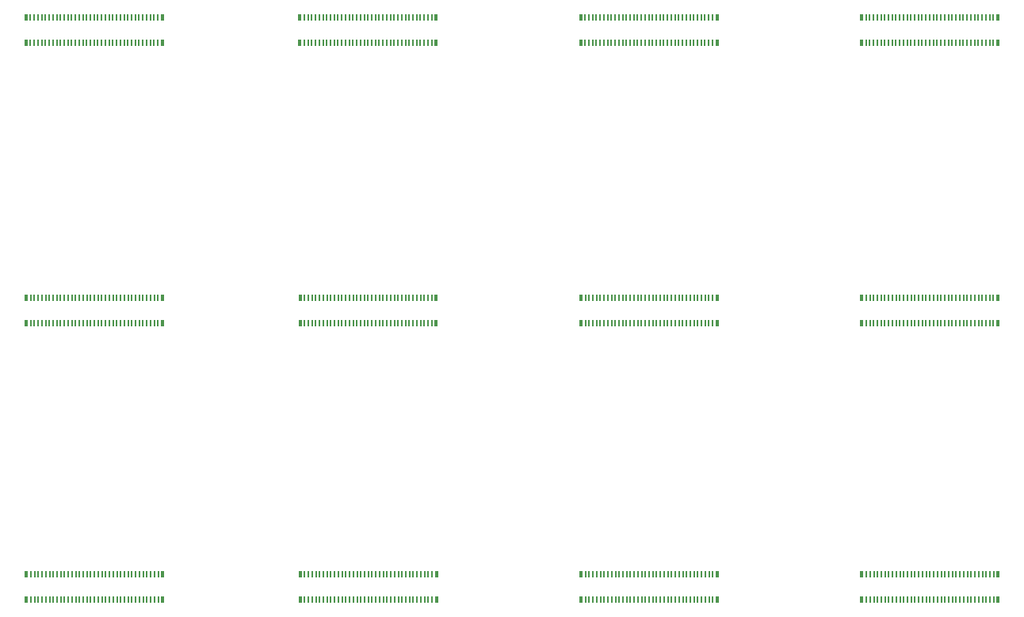
<source format=gbr>
%TF.GenerationSoftware,KiCad,Pcbnew,(6.0.9)*%
%TF.CreationDate,2023-02-17T15:30:31-05:00*%
%TF.ProjectId,eib-64-cap,6569622d-3634-42d6-9361-702e6b696361,A*%
%TF.SameCoordinates,Original*%
%TF.FileFunction,Paste,Top*%
%TF.FilePolarity,Positive*%
%FSLAX46Y46*%
G04 Gerber Fmt 4.6, Leading zero omitted, Abs format (unit mm)*
G04 Created by KiCad (PCBNEW (6.0.9)) date 2023-02-17 15:30:31*
%MOMM*%
%LPD*%
G01*
G04 APERTURE LIST*
%ADD10R,0.230000X0.660000*%
%ADD11R,0.350000X0.660000*%
G04 APERTURE END LIST*
D10*
%TO.C,J3*%
X134696750Y-69142742D03*
X134696750Y-66432742D03*
X135096750Y-69142742D03*
X135096750Y-66432742D03*
X135496750Y-69142742D03*
X135496750Y-66432742D03*
X135896750Y-69142742D03*
X135896750Y-66432742D03*
X136296750Y-69142742D03*
X136296750Y-66432742D03*
X136696750Y-69142742D03*
X136696750Y-66432742D03*
X137096750Y-69142742D03*
X137096750Y-66432742D03*
X137496750Y-69142742D03*
X137496750Y-66432742D03*
X137896750Y-69142742D03*
X137896750Y-66432742D03*
X138296750Y-69142742D03*
X138296750Y-66432742D03*
X138696750Y-69142742D03*
X138696750Y-66432742D03*
X139096750Y-69142742D03*
X139096750Y-66432742D03*
X139496750Y-69142742D03*
X139496750Y-66432742D03*
X139896750Y-69142742D03*
X139896750Y-66432742D03*
X140296750Y-69142742D03*
X140296750Y-66432742D03*
X140696750Y-69142742D03*
X140696750Y-66432742D03*
X141096750Y-69142742D03*
X141096750Y-66432742D03*
X141496750Y-69142742D03*
X141496750Y-66432742D03*
X141896750Y-69142742D03*
X141896750Y-66432742D03*
X142296750Y-69142742D03*
X142296750Y-66432742D03*
X142696750Y-69142742D03*
X142696750Y-66432742D03*
X143096750Y-69142742D03*
X143096750Y-66432742D03*
X143496750Y-69142742D03*
X143496750Y-66432742D03*
X143896750Y-69142742D03*
X143896750Y-66432742D03*
X144296750Y-69142742D03*
X144296750Y-66432742D03*
X144696750Y-69142742D03*
X144696750Y-66432742D03*
X145096750Y-69142742D03*
X145096750Y-66432742D03*
X145496750Y-69142742D03*
X145496750Y-66432742D03*
X145896750Y-69142742D03*
X145896750Y-66432742D03*
X146296750Y-69142742D03*
X146296750Y-66432742D03*
X146696750Y-69142742D03*
X146696750Y-66432742D03*
X147096750Y-69142742D03*
X147096750Y-66432742D03*
X147496750Y-69142742D03*
X147496750Y-66432742D03*
X147896750Y-69142742D03*
X147896750Y-66432742D03*
X148296750Y-69142742D03*
X148296750Y-66432742D03*
D11*
X134221750Y-69142742D03*
X134221750Y-66432742D03*
X148771750Y-69142742D03*
X148771750Y-66432742D03*
%TD*%
D10*
%TO.C,J1*%
X75444110Y-69142742D03*
X75444110Y-66432742D03*
X75844110Y-69142742D03*
X75844110Y-66432742D03*
X76244110Y-69142742D03*
X76244110Y-66432742D03*
X76644110Y-69142742D03*
X76644110Y-66432742D03*
X77044110Y-69142742D03*
X77044110Y-66432742D03*
X77444110Y-69142742D03*
X77444110Y-66432742D03*
X77844110Y-69142742D03*
X77844110Y-66432742D03*
X78244110Y-69142742D03*
X78244110Y-66432742D03*
X78644110Y-69142742D03*
X78644110Y-66432742D03*
X79044110Y-69142742D03*
X79044110Y-66432742D03*
X79444110Y-69142742D03*
X79444110Y-66432742D03*
X79844110Y-69142742D03*
X79844110Y-66432742D03*
X80244110Y-69142742D03*
X80244110Y-66432742D03*
X80644110Y-69142742D03*
X80644110Y-66432742D03*
X81044110Y-69142742D03*
X81044110Y-66432742D03*
X81444110Y-69142742D03*
X81444110Y-66432742D03*
X81844110Y-69142742D03*
X81844110Y-66432742D03*
X82244110Y-69142742D03*
X82244110Y-66432742D03*
X82644110Y-69142742D03*
X82644110Y-66432742D03*
X83044110Y-69142742D03*
X83044110Y-66432742D03*
X83444110Y-69142742D03*
X83444110Y-66432742D03*
X83844110Y-69142742D03*
X83844110Y-66432742D03*
X84244110Y-69142742D03*
X84244110Y-66432742D03*
X84644110Y-69142742D03*
X84644110Y-66432742D03*
X85044110Y-69142742D03*
X85044110Y-66432742D03*
X85444110Y-69142742D03*
X85444110Y-66432742D03*
X85844110Y-69142742D03*
X85844110Y-66432742D03*
X86244110Y-69142742D03*
X86244110Y-66432742D03*
X86644110Y-69142742D03*
X86644110Y-66432742D03*
X87044110Y-69142742D03*
X87044110Y-66432742D03*
X87444110Y-69142742D03*
X87444110Y-66432742D03*
X87844110Y-69142742D03*
X87844110Y-66432742D03*
X88244110Y-69142742D03*
X88244110Y-66432742D03*
X88644110Y-69142742D03*
X88644110Y-66432742D03*
X89044110Y-69142742D03*
X89044110Y-66432742D03*
D11*
X74969110Y-69142742D03*
X74969110Y-66432742D03*
X89519110Y-69142742D03*
X89519110Y-66432742D03*
%TD*%
D10*
%TO.C,J2*%
X104696750Y-69142742D03*
X104696750Y-66432742D03*
X105096750Y-69142742D03*
X105096750Y-66432742D03*
X105496750Y-69142742D03*
X105496750Y-66432742D03*
X105896750Y-69142742D03*
X105896750Y-66432742D03*
X106296750Y-69142742D03*
X106296750Y-66432742D03*
X106696750Y-69142742D03*
X106696750Y-66432742D03*
X107096750Y-69142742D03*
X107096750Y-66432742D03*
X107496750Y-69142742D03*
X107496750Y-66432742D03*
X107896750Y-69142742D03*
X107896750Y-66432742D03*
X108296750Y-69142742D03*
X108296750Y-66432742D03*
X108696750Y-69142742D03*
X108696750Y-66432742D03*
X109096750Y-69142742D03*
X109096750Y-66432742D03*
X109496750Y-69142742D03*
X109496750Y-66432742D03*
X109896750Y-69142742D03*
X109896750Y-66432742D03*
X110296750Y-69142742D03*
X110296750Y-66432742D03*
X110696750Y-69142742D03*
X110696750Y-66432742D03*
X111096750Y-69142742D03*
X111096750Y-66432742D03*
X111496750Y-69142742D03*
X111496750Y-66432742D03*
X111896750Y-69142742D03*
X111896750Y-66432742D03*
X112296750Y-69142742D03*
X112296750Y-66432742D03*
X112696750Y-69142742D03*
X112696750Y-66432742D03*
X113096750Y-69142742D03*
X113096750Y-66432742D03*
X113496750Y-69142742D03*
X113496750Y-66432742D03*
X113896750Y-69142742D03*
X113896750Y-66432742D03*
X114296750Y-69142742D03*
X114296750Y-66432742D03*
X114696750Y-69142742D03*
X114696750Y-66432742D03*
X115096750Y-69142742D03*
X115096750Y-66432742D03*
X115496750Y-69142742D03*
X115496750Y-66432742D03*
X115896750Y-69142742D03*
X115896750Y-66432742D03*
X116296750Y-69142742D03*
X116296750Y-66432742D03*
X116696750Y-69142742D03*
X116696750Y-66432742D03*
X117096750Y-69142742D03*
X117096750Y-66432742D03*
X117496750Y-69142742D03*
X117496750Y-66432742D03*
X117896750Y-69142742D03*
X117896750Y-66432742D03*
X118296750Y-69142742D03*
X118296750Y-66432742D03*
D11*
X104221750Y-69142742D03*
X104221750Y-66432742D03*
X118771750Y-69142742D03*
X118771750Y-66432742D03*
%TD*%
D10*
%TO.C,J4*%
X164696750Y-69142742D03*
X164696750Y-66432742D03*
X165096750Y-69142742D03*
X165096750Y-66432742D03*
X165496750Y-69142742D03*
X165496750Y-66432742D03*
X165896750Y-69142742D03*
X165896750Y-66432742D03*
X166296750Y-69142742D03*
X166296750Y-66432742D03*
X166696750Y-69142742D03*
X166696750Y-66432742D03*
X167096750Y-69142742D03*
X167096750Y-66432742D03*
X167496750Y-69142742D03*
X167496750Y-66432742D03*
X167896750Y-69142742D03*
X167896750Y-66432742D03*
X168296750Y-69142742D03*
X168296750Y-66432742D03*
X168696750Y-69142742D03*
X168696750Y-66432742D03*
X169096750Y-69142742D03*
X169096750Y-66432742D03*
X169496750Y-69142742D03*
X169496750Y-66432742D03*
X169896750Y-69142742D03*
X169896750Y-66432742D03*
X170296750Y-69142742D03*
X170296750Y-66432742D03*
X170696750Y-69142742D03*
X170696750Y-66432742D03*
X171096750Y-69142742D03*
X171096750Y-66432742D03*
X171496750Y-69142742D03*
X171496750Y-66432742D03*
X171896750Y-69142742D03*
X171896750Y-66432742D03*
X172296750Y-69142742D03*
X172296750Y-66432742D03*
X172696750Y-69142742D03*
X172696750Y-66432742D03*
X173096750Y-69142742D03*
X173096750Y-66432742D03*
X173496750Y-69142742D03*
X173496750Y-66432742D03*
X173896750Y-69142742D03*
X173896750Y-66432742D03*
X174296750Y-69142742D03*
X174296750Y-66432742D03*
X174696750Y-69142742D03*
X174696750Y-66432742D03*
X175096750Y-69142742D03*
X175096750Y-66432742D03*
X175496750Y-69142742D03*
X175496750Y-66432742D03*
X175896750Y-69142742D03*
X175896750Y-66432742D03*
X176296750Y-69142742D03*
X176296750Y-66432742D03*
X176696750Y-69142742D03*
X176696750Y-66432742D03*
X177096750Y-69142742D03*
X177096750Y-66432742D03*
X177496750Y-69142742D03*
X177496750Y-66432742D03*
X177896750Y-69142742D03*
X177896750Y-66432742D03*
X178296750Y-69142742D03*
X178296750Y-66432742D03*
D11*
X164221750Y-69142742D03*
X164221750Y-66432742D03*
X178771750Y-69142742D03*
X178771750Y-66432742D03*
%TD*%
D10*
%TO.C,J9*%
X75481370Y-128636371D03*
X75481370Y-125926371D03*
X75881370Y-128636371D03*
X75881370Y-125926371D03*
X76281370Y-128636371D03*
X76281370Y-125926371D03*
X76681370Y-128636371D03*
X76681370Y-125926371D03*
X77081370Y-128636371D03*
X77081370Y-125926371D03*
X77481370Y-128636371D03*
X77481370Y-125926371D03*
X77881370Y-128636371D03*
X77881370Y-125926371D03*
X78281370Y-128636371D03*
X78281370Y-125926371D03*
X78681370Y-128636371D03*
X78681370Y-125926371D03*
X79081370Y-128636371D03*
X79081370Y-125926371D03*
X79481370Y-128636371D03*
X79481370Y-125926371D03*
X79881370Y-128636371D03*
X79881370Y-125926371D03*
X80281370Y-128636371D03*
X80281370Y-125926371D03*
X80681370Y-128636371D03*
X80681370Y-125926371D03*
X81081370Y-128636371D03*
X81081370Y-125926371D03*
X81481370Y-128636371D03*
X81481370Y-125926371D03*
X81881370Y-128636371D03*
X81881370Y-125926371D03*
X82281370Y-128636371D03*
X82281370Y-125926371D03*
X82681370Y-128636371D03*
X82681370Y-125926371D03*
X83081370Y-128636371D03*
X83081370Y-125926371D03*
X83481370Y-128636371D03*
X83481370Y-125926371D03*
X83881370Y-128636371D03*
X83881370Y-125926371D03*
X84281370Y-128636371D03*
X84281370Y-125926371D03*
X84681370Y-128636371D03*
X84681370Y-125926371D03*
X85081370Y-128636371D03*
X85081370Y-125926371D03*
X85481370Y-128636371D03*
X85481370Y-125926371D03*
X85881370Y-128636371D03*
X85881370Y-125926371D03*
X86281370Y-128636371D03*
X86281370Y-125926371D03*
X86681370Y-128636371D03*
X86681370Y-125926371D03*
X87081370Y-128636371D03*
X87081370Y-125926371D03*
X87481370Y-128636371D03*
X87481370Y-125926371D03*
X87881370Y-128636371D03*
X87881370Y-125926371D03*
X88281370Y-128636371D03*
X88281370Y-125926371D03*
X88681370Y-128636371D03*
X88681370Y-125926371D03*
X89081370Y-128636371D03*
X89081370Y-125926371D03*
D11*
X75006370Y-128636371D03*
X75006370Y-125926371D03*
X89556370Y-128636371D03*
X89556370Y-125926371D03*
%TD*%
D10*
%TO.C,J10*%
X104734010Y-128636371D03*
X104734010Y-125926371D03*
X105134010Y-128636371D03*
X105134010Y-125926371D03*
X105534010Y-128636371D03*
X105534010Y-125926371D03*
X105934010Y-128636371D03*
X105934010Y-125926371D03*
X106334010Y-128636371D03*
X106334010Y-125926371D03*
X106734010Y-128636371D03*
X106734010Y-125926371D03*
X107134010Y-128636371D03*
X107134010Y-125926371D03*
X107534010Y-128636371D03*
X107534010Y-125926371D03*
X107934010Y-128636371D03*
X107934010Y-125926371D03*
X108334010Y-128636371D03*
X108334010Y-125926371D03*
X108734010Y-128636371D03*
X108734010Y-125926371D03*
X109134010Y-128636371D03*
X109134010Y-125926371D03*
X109534010Y-128636371D03*
X109534010Y-125926371D03*
X109934010Y-128636371D03*
X109934010Y-125926371D03*
X110334010Y-128636371D03*
X110334010Y-125926371D03*
X110734010Y-128636371D03*
X110734010Y-125926371D03*
X111134010Y-128636371D03*
X111134010Y-125926371D03*
X111534010Y-128636371D03*
X111534010Y-125926371D03*
X111934010Y-128636371D03*
X111934010Y-125926371D03*
X112334010Y-128636371D03*
X112334010Y-125926371D03*
X112734010Y-128636371D03*
X112734010Y-125926371D03*
X113134010Y-128636371D03*
X113134010Y-125926371D03*
X113534010Y-128636371D03*
X113534010Y-125926371D03*
X113934010Y-128636371D03*
X113934010Y-125926371D03*
X114334010Y-128636371D03*
X114334010Y-125926371D03*
X114734010Y-128636371D03*
X114734010Y-125926371D03*
X115134010Y-128636371D03*
X115134010Y-125926371D03*
X115534010Y-128636371D03*
X115534010Y-125926371D03*
X115934010Y-128636371D03*
X115934010Y-125926371D03*
X116334010Y-128636371D03*
X116334010Y-125926371D03*
X116734010Y-128636371D03*
X116734010Y-125926371D03*
X117134010Y-128636371D03*
X117134010Y-125926371D03*
X117534010Y-128636371D03*
X117534010Y-125926371D03*
X117934010Y-128636371D03*
X117934010Y-125926371D03*
X118334010Y-128636371D03*
X118334010Y-125926371D03*
D11*
X104259010Y-128636371D03*
X104259010Y-125926371D03*
X118809010Y-128636371D03*
X118809010Y-125926371D03*
%TD*%
D10*
%TO.C,J7*%
X134715380Y-99142742D03*
X134715380Y-96432742D03*
X135115380Y-99142742D03*
X135115380Y-96432742D03*
X135515380Y-99142742D03*
X135515380Y-96432742D03*
X135915380Y-99142742D03*
X135915380Y-96432742D03*
X136315380Y-99142742D03*
X136315380Y-96432742D03*
X136715380Y-99142742D03*
X136715380Y-96432742D03*
X137115380Y-99142742D03*
X137115380Y-96432742D03*
X137515380Y-99142742D03*
X137515380Y-96432742D03*
X137915380Y-99142742D03*
X137915380Y-96432742D03*
X138315380Y-99142742D03*
X138315380Y-96432742D03*
X138715380Y-99142742D03*
X138715380Y-96432742D03*
X139115380Y-99142742D03*
X139115380Y-96432742D03*
X139515380Y-99142742D03*
X139515380Y-96432742D03*
X139915380Y-99142742D03*
X139915380Y-96432742D03*
X140315380Y-99142742D03*
X140315380Y-96432742D03*
X140715380Y-99142742D03*
X140715380Y-96432742D03*
X141115380Y-99142742D03*
X141115380Y-96432742D03*
X141515380Y-99142742D03*
X141515380Y-96432742D03*
X141915380Y-99142742D03*
X141915380Y-96432742D03*
X142315380Y-99142742D03*
X142315380Y-96432742D03*
X142715380Y-99142742D03*
X142715380Y-96432742D03*
X143115380Y-99142742D03*
X143115380Y-96432742D03*
X143515380Y-99142742D03*
X143515380Y-96432742D03*
X143915380Y-99142742D03*
X143915380Y-96432742D03*
X144315380Y-99142742D03*
X144315380Y-96432742D03*
X144715380Y-99142742D03*
X144715380Y-96432742D03*
X145115380Y-99142742D03*
X145115380Y-96432742D03*
X145515380Y-99142742D03*
X145515380Y-96432742D03*
X145915380Y-99142742D03*
X145915380Y-96432742D03*
X146315380Y-99142742D03*
X146315380Y-96432742D03*
X146715380Y-99142742D03*
X146715380Y-96432742D03*
X147115380Y-99142742D03*
X147115380Y-96432742D03*
X147515380Y-99142742D03*
X147515380Y-96432742D03*
X147915380Y-99142742D03*
X147915380Y-96432742D03*
X148315380Y-99142742D03*
X148315380Y-96432742D03*
D11*
X134240380Y-99142742D03*
X134240380Y-96432742D03*
X148790380Y-99142742D03*
X148790380Y-96432742D03*
%TD*%
D10*
%TO.C,J11*%
X134734010Y-128636371D03*
X134734010Y-125926371D03*
X135134010Y-128636371D03*
X135134010Y-125926371D03*
X135534010Y-128636371D03*
X135534010Y-125926371D03*
X135934010Y-128636371D03*
X135934010Y-125926371D03*
X136334010Y-128636371D03*
X136334010Y-125926371D03*
X136734010Y-128636371D03*
X136734010Y-125926371D03*
X137134010Y-128636371D03*
X137134010Y-125926371D03*
X137534010Y-128636371D03*
X137534010Y-125926371D03*
X137934010Y-128636371D03*
X137934010Y-125926371D03*
X138334010Y-128636371D03*
X138334010Y-125926371D03*
X138734010Y-128636371D03*
X138734010Y-125926371D03*
X139134010Y-128636371D03*
X139134010Y-125926371D03*
X139534010Y-128636371D03*
X139534010Y-125926371D03*
X139934010Y-128636371D03*
X139934010Y-125926371D03*
X140334010Y-128636371D03*
X140334010Y-125926371D03*
X140734010Y-128636371D03*
X140734010Y-125926371D03*
X141134010Y-128636371D03*
X141134010Y-125926371D03*
X141534010Y-128636371D03*
X141534010Y-125926371D03*
X141934010Y-128636371D03*
X141934010Y-125926371D03*
X142334010Y-128636371D03*
X142334010Y-125926371D03*
X142734010Y-128636371D03*
X142734010Y-125926371D03*
X143134010Y-128636371D03*
X143134010Y-125926371D03*
X143534010Y-128636371D03*
X143534010Y-125926371D03*
X143934010Y-128636371D03*
X143934010Y-125926371D03*
X144334010Y-128636371D03*
X144334010Y-125926371D03*
X144734010Y-128636371D03*
X144734010Y-125926371D03*
X145134010Y-128636371D03*
X145134010Y-125926371D03*
X145534010Y-128636371D03*
X145534010Y-125926371D03*
X145934010Y-128636371D03*
X145934010Y-125926371D03*
X146334010Y-128636371D03*
X146334010Y-125926371D03*
X146734010Y-128636371D03*
X146734010Y-125926371D03*
X147134010Y-128636371D03*
X147134010Y-125926371D03*
X147534010Y-128636371D03*
X147534010Y-125926371D03*
X147934010Y-128636371D03*
X147934010Y-125926371D03*
X148334010Y-128636371D03*
X148334010Y-125926371D03*
D11*
X134259010Y-128636371D03*
X134259010Y-125926371D03*
X148809010Y-128636371D03*
X148809010Y-125926371D03*
%TD*%
D10*
%TO.C,J12*%
X164734010Y-128636371D03*
X164734010Y-125926371D03*
X165134010Y-128636371D03*
X165134010Y-125926371D03*
X165534010Y-128636371D03*
X165534010Y-125926371D03*
X165934010Y-128636371D03*
X165934010Y-125926371D03*
X166334010Y-128636371D03*
X166334010Y-125926371D03*
X166734010Y-128636371D03*
X166734010Y-125926371D03*
X167134010Y-128636371D03*
X167134010Y-125926371D03*
X167534010Y-128636371D03*
X167534010Y-125926371D03*
X167934010Y-128636371D03*
X167934010Y-125926371D03*
X168334010Y-128636371D03*
X168334010Y-125926371D03*
X168734010Y-128636371D03*
X168734010Y-125926371D03*
X169134010Y-128636371D03*
X169134010Y-125926371D03*
X169534010Y-128636371D03*
X169534010Y-125926371D03*
X169934010Y-128636371D03*
X169934010Y-125926371D03*
X170334010Y-128636371D03*
X170334010Y-125926371D03*
X170734010Y-128636371D03*
X170734010Y-125926371D03*
X171134010Y-128636371D03*
X171134010Y-125926371D03*
X171534010Y-128636371D03*
X171534010Y-125926371D03*
X171934010Y-128636371D03*
X171934010Y-125926371D03*
X172334010Y-128636371D03*
X172334010Y-125926371D03*
X172734010Y-128636371D03*
X172734010Y-125926371D03*
X173134010Y-128636371D03*
X173134010Y-125926371D03*
X173534010Y-128636371D03*
X173534010Y-125926371D03*
X173934010Y-128636371D03*
X173934010Y-125926371D03*
X174334010Y-128636371D03*
X174334010Y-125926371D03*
X174734010Y-128636371D03*
X174734010Y-125926371D03*
X175134010Y-128636371D03*
X175134010Y-125926371D03*
X175534010Y-128636371D03*
X175534010Y-125926371D03*
X175934010Y-128636371D03*
X175934010Y-125926371D03*
X176334010Y-128636371D03*
X176334010Y-125926371D03*
X176734010Y-128636371D03*
X176734010Y-125926371D03*
X177134010Y-128636371D03*
X177134010Y-125926371D03*
X177534010Y-128636371D03*
X177534010Y-125926371D03*
X177934010Y-128636371D03*
X177934010Y-125926371D03*
X178334010Y-128636371D03*
X178334010Y-125926371D03*
D11*
X164259010Y-128636371D03*
X164259010Y-125926371D03*
X178809010Y-128636371D03*
X178809010Y-125926371D03*
%TD*%
D10*
%TO.C,J8*%
X164715380Y-99142742D03*
X164715380Y-96432742D03*
X165115380Y-99142742D03*
X165115380Y-96432742D03*
X165515380Y-99142742D03*
X165515380Y-96432742D03*
X165915380Y-99142742D03*
X165915380Y-96432742D03*
X166315380Y-99142742D03*
X166315380Y-96432742D03*
X166715380Y-99142742D03*
X166715380Y-96432742D03*
X167115380Y-99142742D03*
X167115380Y-96432742D03*
X167515380Y-99142742D03*
X167515380Y-96432742D03*
X167915380Y-99142742D03*
X167915380Y-96432742D03*
X168315380Y-99142742D03*
X168315380Y-96432742D03*
X168715380Y-99142742D03*
X168715380Y-96432742D03*
X169115380Y-99142742D03*
X169115380Y-96432742D03*
X169515380Y-99142742D03*
X169515380Y-96432742D03*
X169915380Y-99142742D03*
X169915380Y-96432742D03*
X170315380Y-99142742D03*
X170315380Y-96432742D03*
X170715380Y-99142742D03*
X170715380Y-96432742D03*
X171115380Y-99142742D03*
X171115380Y-96432742D03*
X171515380Y-99142742D03*
X171515380Y-96432742D03*
X171915380Y-99142742D03*
X171915380Y-96432742D03*
X172315380Y-99142742D03*
X172315380Y-96432742D03*
X172715380Y-99142742D03*
X172715380Y-96432742D03*
X173115380Y-99142742D03*
X173115380Y-96432742D03*
X173515380Y-99142742D03*
X173515380Y-96432742D03*
X173915380Y-99142742D03*
X173915380Y-96432742D03*
X174315380Y-99142742D03*
X174315380Y-96432742D03*
X174715380Y-99142742D03*
X174715380Y-96432742D03*
X175115380Y-99142742D03*
X175115380Y-96432742D03*
X175515380Y-99142742D03*
X175515380Y-96432742D03*
X175915380Y-99142742D03*
X175915380Y-96432742D03*
X176315380Y-99142742D03*
X176315380Y-96432742D03*
X176715380Y-99142742D03*
X176715380Y-96432742D03*
X177115380Y-99142742D03*
X177115380Y-96432742D03*
X177515380Y-99142742D03*
X177515380Y-96432742D03*
X177915380Y-99142742D03*
X177915380Y-96432742D03*
X178315380Y-99142742D03*
X178315380Y-96432742D03*
D11*
X164240380Y-99142742D03*
X164240380Y-96432742D03*
X178790380Y-99142742D03*
X178790380Y-96432742D03*
%TD*%
D10*
%TO.C,J5*%
X75462740Y-99142742D03*
X75462740Y-96432742D03*
X75862740Y-99142742D03*
X75862740Y-96432742D03*
X76262740Y-99142742D03*
X76262740Y-96432742D03*
X76662740Y-99142742D03*
X76662740Y-96432742D03*
X77062740Y-99142742D03*
X77062740Y-96432742D03*
X77462740Y-99142742D03*
X77462740Y-96432742D03*
X77862740Y-99142742D03*
X77862740Y-96432742D03*
X78262740Y-99142742D03*
X78262740Y-96432742D03*
X78662740Y-99142742D03*
X78662740Y-96432742D03*
X79062740Y-99142742D03*
X79062740Y-96432742D03*
X79462740Y-99142742D03*
X79462740Y-96432742D03*
X79862740Y-99142742D03*
X79862740Y-96432742D03*
X80262740Y-99142742D03*
X80262740Y-96432742D03*
X80662740Y-99142742D03*
X80662740Y-96432742D03*
X81062740Y-99142742D03*
X81062740Y-96432742D03*
X81462740Y-99142742D03*
X81462740Y-96432742D03*
X81862740Y-99142742D03*
X81862740Y-96432742D03*
X82262740Y-99142742D03*
X82262740Y-96432742D03*
X82662740Y-99142742D03*
X82662740Y-96432742D03*
X83062740Y-99142742D03*
X83062740Y-96432742D03*
X83462740Y-99142742D03*
X83462740Y-96432742D03*
X83862740Y-99142742D03*
X83862740Y-96432742D03*
X84262740Y-99142742D03*
X84262740Y-96432742D03*
X84662740Y-99142742D03*
X84662740Y-96432742D03*
X85062740Y-99142742D03*
X85062740Y-96432742D03*
X85462740Y-99142742D03*
X85462740Y-96432742D03*
X85862740Y-99142742D03*
X85862740Y-96432742D03*
X86262740Y-99142742D03*
X86262740Y-96432742D03*
X86662740Y-99142742D03*
X86662740Y-96432742D03*
X87062740Y-99142742D03*
X87062740Y-96432742D03*
X87462740Y-99142742D03*
X87462740Y-96432742D03*
X87862740Y-99142742D03*
X87862740Y-96432742D03*
X88262740Y-99142742D03*
X88262740Y-96432742D03*
X88662740Y-99142742D03*
X88662740Y-96432742D03*
X89062740Y-99142742D03*
X89062740Y-96432742D03*
D11*
X74987740Y-99142742D03*
X74987740Y-96432742D03*
X89537740Y-99142742D03*
X89537740Y-96432742D03*
%TD*%
D10*
%TO.C,J6*%
X104715380Y-99142742D03*
X104715380Y-96432742D03*
X105115380Y-99142742D03*
X105115380Y-96432742D03*
X105515380Y-99142742D03*
X105515380Y-96432742D03*
X105915380Y-99142742D03*
X105915380Y-96432742D03*
X106315380Y-99142742D03*
X106315380Y-96432742D03*
X106715380Y-99142742D03*
X106715380Y-96432742D03*
X107115380Y-99142742D03*
X107115380Y-96432742D03*
X107515380Y-99142742D03*
X107515380Y-96432742D03*
X107915380Y-99142742D03*
X107915380Y-96432742D03*
X108315380Y-99142742D03*
X108315380Y-96432742D03*
X108715380Y-99142742D03*
X108715380Y-96432742D03*
X109115380Y-99142742D03*
X109115380Y-96432742D03*
X109515380Y-99142742D03*
X109515380Y-96432742D03*
X109915380Y-99142742D03*
X109915380Y-96432742D03*
X110315380Y-99142742D03*
X110315380Y-96432742D03*
X110715380Y-99142742D03*
X110715380Y-96432742D03*
X111115380Y-99142742D03*
X111115380Y-96432742D03*
X111515380Y-99142742D03*
X111515380Y-96432742D03*
X111915380Y-99142742D03*
X111915380Y-96432742D03*
X112315380Y-99142742D03*
X112315380Y-96432742D03*
X112715380Y-99142742D03*
X112715380Y-96432742D03*
X113115380Y-99142742D03*
X113115380Y-96432742D03*
X113515380Y-99142742D03*
X113515380Y-96432742D03*
X113915380Y-99142742D03*
X113915380Y-96432742D03*
X114315380Y-99142742D03*
X114315380Y-96432742D03*
X114715380Y-99142742D03*
X114715380Y-96432742D03*
X115115380Y-99142742D03*
X115115380Y-96432742D03*
X115515380Y-99142742D03*
X115515380Y-96432742D03*
X115915380Y-99142742D03*
X115915380Y-96432742D03*
X116315380Y-99142742D03*
X116315380Y-96432742D03*
X116715380Y-99142742D03*
X116715380Y-96432742D03*
X117115380Y-99142742D03*
X117115380Y-96432742D03*
X117515380Y-99142742D03*
X117515380Y-96432742D03*
X117915380Y-99142742D03*
X117915380Y-96432742D03*
X118315380Y-99142742D03*
X118315380Y-96432742D03*
D11*
X104240380Y-99142742D03*
X104240380Y-96432742D03*
X118790380Y-99142742D03*
X118790380Y-96432742D03*
%TD*%
M02*

</source>
